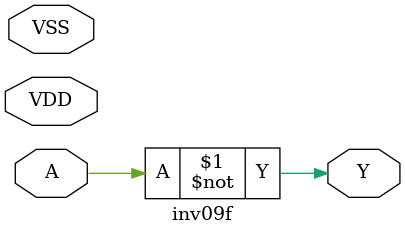
<source format=v>


module inv09f ( Y, VSS, VDD, A );

  input A;
  output Y;
  inout VDD;
  inout VSS;
  assign Y = ~A;
endmodule

</source>
